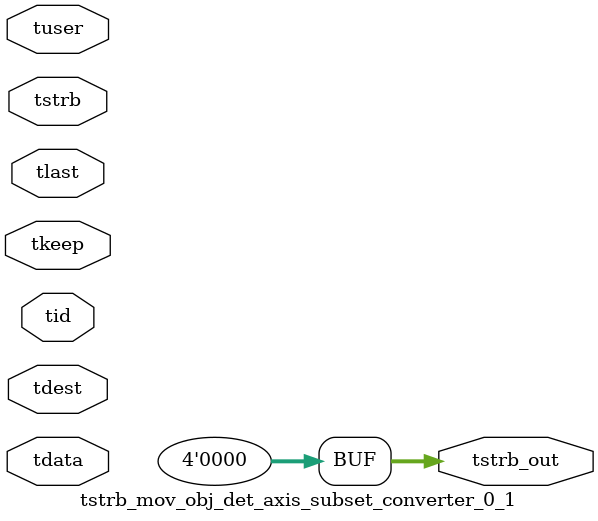
<source format=v>


`timescale 1ps/1ps

module tstrb_mov_obj_det_axis_subset_converter_0_1 #
(
parameter C_S_AXIS_TDATA_WIDTH = 32,
parameter C_S_AXIS_TUSER_WIDTH = 0,
parameter C_S_AXIS_TID_WIDTH   = 0,
parameter C_S_AXIS_TDEST_WIDTH = 0,
parameter C_M_AXIS_TDATA_WIDTH = 32
)
(
input  [(C_S_AXIS_TDATA_WIDTH == 0 ? 1 : C_S_AXIS_TDATA_WIDTH)-1:0     ] tdata,
input  [(C_S_AXIS_TUSER_WIDTH == 0 ? 1 : C_S_AXIS_TUSER_WIDTH)-1:0     ] tuser,
input  [(C_S_AXIS_TID_WIDTH   == 0 ? 1 : C_S_AXIS_TID_WIDTH)-1:0       ] tid,
input  [(C_S_AXIS_TDEST_WIDTH == 0 ? 1 : C_S_AXIS_TDEST_WIDTH)-1:0     ] tdest,
input  [(C_S_AXIS_TDATA_WIDTH/8)-1:0 ] tkeep,
input  [(C_S_AXIS_TDATA_WIDTH/8)-1:0 ] tstrb,
input                                                                    tlast,
output [(C_M_AXIS_TDATA_WIDTH/8)-1:0 ] tstrb_out
);

assign tstrb_out = {1'b0};

endmodule


</source>
